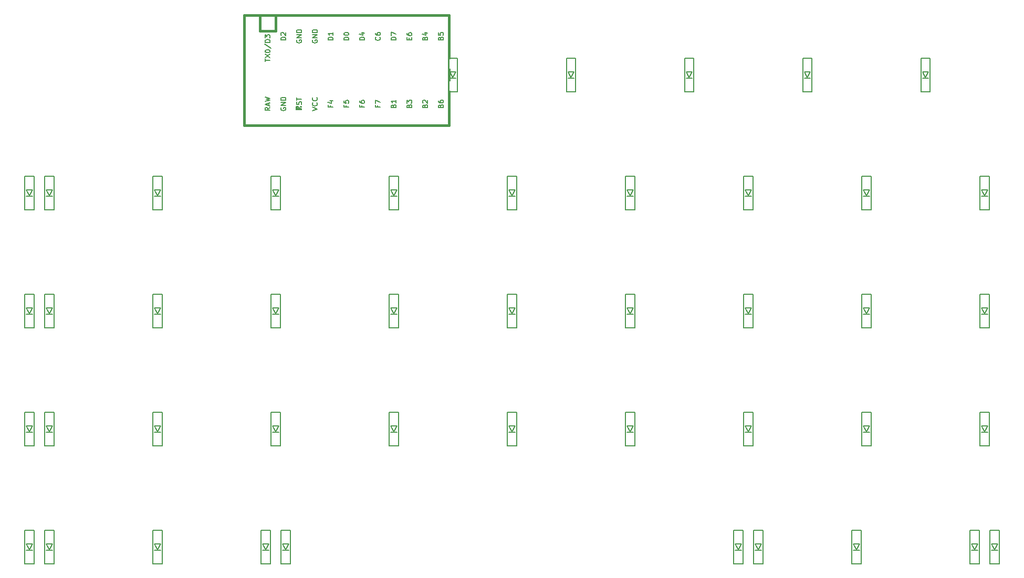
<source format=gto>
G04 #@! TF.GenerationSoftware,KiCad,Pcbnew,(5.1.4)-1*
G04 #@! TF.CreationDate,2021-09-01T12:37:59-10:00*
G04 #@! TF.ProjectId,oya45,6f796134-352e-46b6-9963-61645f706362,rev?*
G04 #@! TF.SameCoordinates,Original*
G04 #@! TF.FileFunction,Legend,Top*
G04 #@! TF.FilePolarity,Positive*
%FSLAX46Y46*%
G04 Gerber Fmt 4.6, Leading zero omitted, Abs format (unit mm)*
G04 Created by KiCad (PCBNEW (5.1.4)-1) date 2021-09-01 12:37:59*
%MOMM*%
%LPD*%
G04 APERTURE LIST*
%ADD10C,0.150000*%
%ADD11C,0.381000*%
%ADD12C,1.852000*%
%ADD13C,2.352000*%
%ADD14C,4.089800*%
%ADD15R,1.102000X1.502000*%
%ADD16R,1.854600X1.854600*%
%ADD17C,1.854600*%
%ADD18C,3.150000*%
G04 APERTURE END LIST*
D10*
X210300000Y-41593750D02*
X210300000Y-36193750D01*
X208800000Y-36193750D02*
X208800000Y-41593750D01*
X208800000Y-41593750D02*
X210300000Y-41593750D01*
X208800000Y-36193750D02*
X210300000Y-36193750D01*
X209050000Y-38393750D02*
X210050000Y-38393750D01*
X210050000Y-38393750D02*
X209550000Y-39293750D01*
X209550000Y-39293750D02*
X209050000Y-38393750D01*
X209050000Y-39393750D02*
X210050000Y-39393750D01*
X191250000Y-41593750D02*
X191250000Y-36193750D01*
X189750000Y-36193750D02*
X189750000Y-41593750D01*
X189750000Y-41593750D02*
X191250000Y-41593750D01*
X189750000Y-36193750D02*
X191250000Y-36193750D01*
X190000000Y-38393750D02*
X191000000Y-38393750D01*
X191000000Y-38393750D02*
X190500000Y-39293750D01*
X190500000Y-39293750D02*
X190000000Y-38393750D01*
X190000000Y-39393750D02*
X191000000Y-39393750D01*
X172200000Y-41593750D02*
X172200000Y-36193750D01*
X170700000Y-36193750D02*
X170700000Y-41593750D01*
X170700000Y-41593750D02*
X172200000Y-41593750D01*
X170700000Y-36193750D02*
X172200000Y-36193750D01*
X170950000Y-38393750D02*
X171950000Y-38393750D01*
X171950000Y-38393750D02*
X171450000Y-39293750D01*
X171450000Y-39293750D02*
X170950000Y-38393750D01*
X170950000Y-39393750D02*
X171950000Y-39393750D01*
X153150000Y-41593750D02*
X153150000Y-36193750D01*
X151650000Y-36193750D02*
X151650000Y-41593750D01*
X151650000Y-41593750D02*
X153150000Y-41593750D01*
X151650000Y-36193750D02*
X153150000Y-36193750D01*
X151900000Y-38393750D02*
X152900000Y-38393750D01*
X152900000Y-38393750D02*
X152400000Y-39293750D01*
X152400000Y-39293750D02*
X151900000Y-38393750D01*
X151900000Y-39393750D02*
X152900000Y-39393750D01*
X134100000Y-41593750D02*
X134100000Y-36193750D01*
X132600000Y-36193750D02*
X132600000Y-41593750D01*
X132600000Y-41593750D02*
X134100000Y-41593750D01*
X132600000Y-36193750D02*
X134100000Y-36193750D01*
X132850000Y-38393750D02*
X133850000Y-38393750D01*
X133850000Y-38393750D02*
X133350000Y-39293750D01*
X133350000Y-39293750D02*
X132850000Y-38393750D01*
X132850000Y-39393750D02*
X133850000Y-39393750D01*
X221412500Y-117793750D02*
X221412500Y-112393750D01*
X219912500Y-112393750D02*
X219912500Y-117793750D01*
X219912500Y-117793750D02*
X221412500Y-117793750D01*
X219912500Y-112393750D02*
X221412500Y-112393750D01*
X220162500Y-114593750D02*
X221162500Y-114593750D01*
X221162500Y-114593750D02*
X220662500Y-115493750D01*
X220662500Y-115493750D02*
X220162500Y-114593750D01*
X220162500Y-115593750D02*
X221162500Y-115593750D01*
X216987500Y-115593750D02*
X217987500Y-115593750D01*
X217487500Y-115493750D02*
X216987500Y-114593750D01*
X217987500Y-114593750D02*
X217487500Y-115493750D01*
X216987500Y-114593750D02*
X217987500Y-114593750D01*
X216737500Y-112393750D02*
X218237500Y-112393750D01*
X216737500Y-117793750D02*
X218237500Y-117793750D01*
X216737500Y-112393750D02*
X216737500Y-117793750D01*
X218237500Y-117793750D02*
X218237500Y-112393750D01*
X199187500Y-117793750D02*
X199187500Y-112393750D01*
X197687500Y-112393750D02*
X197687500Y-117793750D01*
X197687500Y-117793750D02*
X199187500Y-117793750D01*
X197687500Y-112393750D02*
X199187500Y-112393750D01*
X197937500Y-114593750D02*
X198937500Y-114593750D01*
X198937500Y-114593750D02*
X198437500Y-115493750D01*
X198437500Y-115493750D02*
X197937500Y-114593750D01*
X197937500Y-115593750D02*
X198937500Y-115593750D01*
X183312500Y-117793750D02*
X183312500Y-112393750D01*
X181812500Y-112393750D02*
X181812500Y-117793750D01*
X181812500Y-117793750D02*
X183312500Y-117793750D01*
X181812500Y-112393750D02*
X183312500Y-112393750D01*
X182062500Y-114593750D02*
X183062500Y-114593750D01*
X183062500Y-114593750D02*
X182562500Y-115493750D01*
X182562500Y-115493750D02*
X182062500Y-114593750D01*
X182062500Y-115593750D02*
X183062500Y-115593750D01*
X180137500Y-117793750D02*
X180137500Y-112393750D01*
X178637500Y-112393750D02*
X178637500Y-117793750D01*
X178637500Y-117793750D02*
X180137500Y-117793750D01*
X178637500Y-112393750D02*
X180137500Y-112393750D01*
X178887500Y-114593750D02*
X179887500Y-114593750D01*
X179887500Y-114593750D02*
X179387500Y-115493750D01*
X179387500Y-115493750D02*
X178887500Y-114593750D01*
X178887500Y-115593750D02*
X179887500Y-115593750D01*
X107112500Y-117793750D02*
X107112500Y-112393750D01*
X105612500Y-112393750D02*
X105612500Y-117793750D01*
X105612500Y-117793750D02*
X107112500Y-117793750D01*
X105612500Y-112393750D02*
X107112500Y-112393750D01*
X105862500Y-114593750D02*
X106862500Y-114593750D01*
X106862500Y-114593750D02*
X106362500Y-115493750D01*
X106362500Y-115493750D02*
X105862500Y-114593750D01*
X105862500Y-115593750D02*
X106862500Y-115593750D01*
X103937500Y-117793750D02*
X103937500Y-112393750D01*
X102437500Y-112393750D02*
X102437500Y-117793750D01*
X102437500Y-117793750D02*
X103937500Y-117793750D01*
X102437500Y-112393750D02*
X103937500Y-112393750D01*
X102687500Y-114593750D02*
X103687500Y-114593750D01*
X103687500Y-114593750D02*
X103187500Y-115493750D01*
X103187500Y-115493750D02*
X102687500Y-114593750D01*
X102687500Y-115593750D02*
X103687500Y-115593750D01*
X86475000Y-117793750D02*
X86475000Y-112393750D01*
X84975000Y-112393750D02*
X84975000Y-117793750D01*
X84975000Y-117793750D02*
X86475000Y-117793750D01*
X84975000Y-112393750D02*
X86475000Y-112393750D01*
X85225000Y-114593750D02*
X86225000Y-114593750D01*
X86225000Y-114593750D02*
X85725000Y-115493750D01*
X85725000Y-115493750D02*
X85225000Y-114593750D01*
X85225000Y-115593750D02*
X86225000Y-115593750D01*
X69012500Y-117793750D02*
X69012500Y-112393750D01*
X67512500Y-112393750D02*
X67512500Y-117793750D01*
X67512500Y-117793750D02*
X69012500Y-117793750D01*
X67512500Y-112393750D02*
X69012500Y-112393750D01*
X67762500Y-114593750D02*
X68762500Y-114593750D01*
X68762500Y-114593750D02*
X68262500Y-115493750D01*
X68262500Y-115493750D02*
X67762500Y-114593750D01*
X67762500Y-115593750D02*
X68762500Y-115593750D01*
X65837500Y-117793750D02*
X65837500Y-112393750D01*
X64337500Y-112393750D02*
X64337500Y-117793750D01*
X64337500Y-117793750D02*
X65837500Y-117793750D01*
X64337500Y-112393750D02*
X65837500Y-112393750D01*
X64587500Y-114593750D02*
X65587500Y-114593750D01*
X65587500Y-114593750D02*
X65087500Y-115493750D01*
X65087500Y-115493750D02*
X64587500Y-114593750D01*
X64587500Y-115593750D02*
X65587500Y-115593750D01*
X219825000Y-98743750D02*
X219825000Y-93343750D01*
X218325000Y-93343750D02*
X218325000Y-98743750D01*
X218325000Y-98743750D02*
X219825000Y-98743750D01*
X218325000Y-93343750D02*
X219825000Y-93343750D01*
X218575000Y-95543750D02*
X219575000Y-95543750D01*
X219575000Y-95543750D02*
X219075000Y-96443750D01*
X219075000Y-96443750D02*
X218575000Y-95543750D01*
X218575000Y-96543750D02*
X219575000Y-96543750D01*
X200775000Y-98743750D02*
X200775000Y-93343750D01*
X199275000Y-93343750D02*
X199275000Y-98743750D01*
X199275000Y-98743750D02*
X200775000Y-98743750D01*
X199275000Y-93343750D02*
X200775000Y-93343750D01*
X199525000Y-95543750D02*
X200525000Y-95543750D01*
X200525000Y-95543750D02*
X200025000Y-96443750D01*
X200025000Y-96443750D02*
X199525000Y-95543750D01*
X199525000Y-96543750D02*
X200525000Y-96543750D01*
X181725000Y-98743750D02*
X181725000Y-93343750D01*
X180225000Y-93343750D02*
X180225000Y-98743750D01*
X180225000Y-98743750D02*
X181725000Y-98743750D01*
X180225000Y-93343750D02*
X181725000Y-93343750D01*
X180475000Y-95543750D02*
X181475000Y-95543750D01*
X181475000Y-95543750D02*
X180975000Y-96443750D01*
X180975000Y-96443750D02*
X180475000Y-95543750D01*
X180475000Y-96543750D02*
X181475000Y-96543750D01*
X162675000Y-98743750D02*
X162675000Y-93343750D01*
X161175000Y-93343750D02*
X161175000Y-98743750D01*
X161175000Y-98743750D02*
X162675000Y-98743750D01*
X161175000Y-93343750D02*
X162675000Y-93343750D01*
X161425000Y-95543750D02*
X162425000Y-95543750D01*
X162425000Y-95543750D02*
X161925000Y-96443750D01*
X161925000Y-96443750D02*
X161425000Y-95543750D01*
X161425000Y-96543750D02*
X162425000Y-96543750D01*
X143625000Y-98743750D02*
X143625000Y-93343750D01*
X142125000Y-93343750D02*
X142125000Y-98743750D01*
X142125000Y-98743750D02*
X143625000Y-98743750D01*
X142125000Y-93343750D02*
X143625000Y-93343750D01*
X142375000Y-95543750D02*
X143375000Y-95543750D01*
X143375000Y-95543750D02*
X142875000Y-96443750D01*
X142875000Y-96443750D02*
X142375000Y-95543750D01*
X142375000Y-96543750D02*
X143375000Y-96543750D01*
X124575000Y-98743750D02*
X124575000Y-93343750D01*
X123075000Y-93343750D02*
X123075000Y-98743750D01*
X123075000Y-98743750D02*
X124575000Y-98743750D01*
X123075000Y-93343750D02*
X124575000Y-93343750D01*
X123325000Y-95543750D02*
X124325000Y-95543750D01*
X124325000Y-95543750D02*
X123825000Y-96443750D01*
X123825000Y-96443750D02*
X123325000Y-95543750D01*
X123325000Y-96543750D02*
X124325000Y-96543750D01*
X105525000Y-98743750D02*
X105525000Y-93343750D01*
X104025000Y-93343750D02*
X104025000Y-98743750D01*
X104025000Y-98743750D02*
X105525000Y-98743750D01*
X104025000Y-93343750D02*
X105525000Y-93343750D01*
X104275000Y-95543750D02*
X105275000Y-95543750D01*
X105275000Y-95543750D02*
X104775000Y-96443750D01*
X104775000Y-96443750D02*
X104275000Y-95543750D01*
X104275000Y-96543750D02*
X105275000Y-96543750D01*
X86475000Y-98743750D02*
X86475000Y-93343750D01*
X84975000Y-93343750D02*
X84975000Y-98743750D01*
X84975000Y-98743750D02*
X86475000Y-98743750D01*
X84975000Y-93343750D02*
X86475000Y-93343750D01*
X85225000Y-95543750D02*
X86225000Y-95543750D01*
X86225000Y-95543750D02*
X85725000Y-96443750D01*
X85725000Y-96443750D02*
X85225000Y-95543750D01*
X85225000Y-96543750D02*
X86225000Y-96543750D01*
X69012500Y-98743750D02*
X69012500Y-93343750D01*
X67512500Y-93343750D02*
X67512500Y-98743750D01*
X67512500Y-98743750D02*
X69012500Y-98743750D01*
X67512500Y-93343750D02*
X69012500Y-93343750D01*
X67762500Y-95543750D02*
X68762500Y-95543750D01*
X68762500Y-95543750D02*
X68262500Y-96443750D01*
X68262500Y-96443750D02*
X67762500Y-95543750D01*
X67762500Y-96543750D02*
X68762500Y-96543750D01*
X65837500Y-98743750D02*
X65837500Y-93343750D01*
X64337500Y-93343750D02*
X64337500Y-98743750D01*
X64337500Y-98743750D02*
X65837500Y-98743750D01*
X64337500Y-93343750D02*
X65837500Y-93343750D01*
X64587500Y-95543750D02*
X65587500Y-95543750D01*
X65587500Y-95543750D02*
X65087500Y-96443750D01*
X65087500Y-96443750D02*
X64587500Y-95543750D01*
X64587500Y-96543750D02*
X65587500Y-96543750D01*
X219825000Y-79693750D02*
X219825000Y-74293750D01*
X218325000Y-74293750D02*
X218325000Y-79693750D01*
X218325000Y-79693750D02*
X219825000Y-79693750D01*
X218325000Y-74293750D02*
X219825000Y-74293750D01*
X218575000Y-76493750D02*
X219575000Y-76493750D01*
X219575000Y-76493750D02*
X219075000Y-77393750D01*
X219075000Y-77393750D02*
X218575000Y-76493750D01*
X218575000Y-77493750D02*
X219575000Y-77493750D01*
X200775000Y-79693750D02*
X200775000Y-74293750D01*
X199275000Y-74293750D02*
X199275000Y-79693750D01*
X199275000Y-79693750D02*
X200775000Y-79693750D01*
X199275000Y-74293750D02*
X200775000Y-74293750D01*
X199525000Y-76493750D02*
X200525000Y-76493750D01*
X200525000Y-76493750D02*
X200025000Y-77393750D01*
X200025000Y-77393750D02*
X199525000Y-76493750D01*
X199525000Y-77493750D02*
X200525000Y-77493750D01*
X181725000Y-79693750D02*
X181725000Y-74293750D01*
X180225000Y-74293750D02*
X180225000Y-79693750D01*
X180225000Y-79693750D02*
X181725000Y-79693750D01*
X180225000Y-74293750D02*
X181725000Y-74293750D01*
X180475000Y-76493750D02*
X181475000Y-76493750D01*
X181475000Y-76493750D02*
X180975000Y-77393750D01*
X180975000Y-77393750D02*
X180475000Y-76493750D01*
X180475000Y-77493750D02*
X181475000Y-77493750D01*
X162675000Y-79693750D02*
X162675000Y-74293750D01*
X161175000Y-74293750D02*
X161175000Y-79693750D01*
X161175000Y-79693750D02*
X162675000Y-79693750D01*
X161175000Y-74293750D02*
X162675000Y-74293750D01*
X161425000Y-76493750D02*
X162425000Y-76493750D01*
X162425000Y-76493750D02*
X161925000Y-77393750D01*
X161925000Y-77393750D02*
X161425000Y-76493750D01*
X161425000Y-77493750D02*
X162425000Y-77493750D01*
X143625000Y-79693750D02*
X143625000Y-74293750D01*
X142125000Y-74293750D02*
X142125000Y-79693750D01*
X142125000Y-79693750D02*
X143625000Y-79693750D01*
X142125000Y-74293750D02*
X143625000Y-74293750D01*
X142375000Y-76493750D02*
X143375000Y-76493750D01*
X143375000Y-76493750D02*
X142875000Y-77393750D01*
X142875000Y-77393750D02*
X142375000Y-76493750D01*
X142375000Y-77493750D02*
X143375000Y-77493750D01*
X124575000Y-79693750D02*
X124575000Y-74293750D01*
X123075000Y-74293750D02*
X123075000Y-79693750D01*
X123075000Y-79693750D02*
X124575000Y-79693750D01*
X123075000Y-74293750D02*
X124575000Y-74293750D01*
X123325000Y-76493750D02*
X124325000Y-76493750D01*
X124325000Y-76493750D02*
X123825000Y-77393750D01*
X123825000Y-77393750D02*
X123325000Y-76493750D01*
X123325000Y-77493750D02*
X124325000Y-77493750D01*
X105525000Y-79693750D02*
X105525000Y-74293750D01*
X104025000Y-74293750D02*
X104025000Y-79693750D01*
X104025000Y-79693750D02*
X105525000Y-79693750D01*
X104025000Y-74293750D02*
X105525000Y-74293750D01*
X104275000Y-76493750D02*
X105275000Y-76493750D01*
X105275000Y-76493750D02*
X104775000Y-77393750D01*
X104775000Y-77393750D02*
X104275000Y-76493750D01*
X104275000Y-77493750D02*
X105275000Y-77493750D01*
X86475000Y-79693750D02*
X86475000Y-74293750D01*
X84975000Y-74293750D02*
X84975000Y-79693750D01*
X84975000Y-79693750D02*
X86475000Y-79693750D01*
X84975000Y-74293750D02*
X86475000Y-74293750D01*
X85225000Y-76493750D02*
X86225000Y-76493750D01*
X86225000Y-76493750D02*
X85725000Y-77393750D01*
X85725000Y-77393750D02*
X85225000Y-76493750D01*
X85225000Y-77493750D02*
X86225000Y-77493750D01*
X69012500Y-79693750D02*
X69012500Y-74293750D01*
X67512500Y-74293750D02*
X67512500Y-79693750D01*
X67512500Y-79693750D02*
X69012500Y-79693750D01*
X67512500Y-74293750D02*
X69012500Y-74293750D01*
X67762500Y-76493750D02*
X68762500Y-76493750D01*
X68762500Y-76493750D02*
X68262500Y-77393750D01*
X68262500Y-77393750D02*
X67762500Y-76493750D01*
X67762500Y-77493750D02*
X68762500Y-77493750D01*
X65837500Y-79693750D02*
X65837500Y-74293750D01*
X64337500Y-74293750D02*
X64337500Y-79693750D01*
X64337500Y-79693750D02*
X65837500Y-79693750D01*
X64337500Y-74293750D02*
X65837500Y-74293750D01*
X64587500Y-76493750D02*
X65587500Y-76493750D01*
X65587500Y-76493750D02*
X65087500Y-77393750D01*
X65087500Y-77393750D02*
X64587500Y-76493750D01*
X64587500Y-77493750D02*
X65587500Y-77493750D01*
X219825000Y-60643750D02*
X219825000Y-55243750D01*
X218325000Y-55243750D02*
X218325000Y-60643750D01*
X218325000Y-60643750D02*
X219825000Y-60643750D01*
X218325000Y-55243750D02*
X219825000Y-55243750D01*
X218575000Y-57443750D02*
X219575000Y-57443750D01*
X219575000Y-57443750D02*
X219075000Y-58343750D01*
X219075000Y-58343750D02*
X218575000Y-57443750D01*
X218575000Y-58443750D02*
X219575000Y-58443750D01*
X200775000Y-60643750D02*
X200775000Y-55243750D01*
X199275000Y-55243750D02*
X199275000Y-60643750D01*
X199275000Y-60643750D02*
X200775000Y-60643750D01*
X199275000Y-55243750D02*
X200775000Y-55243750D01*
X199525000Y-57443750D02*
X200525000Y-57443750D01*
X200525000Y-57443750D02*
X200025000Y-58343750D01*
X200025000Y-58343750D02*
X199525000Y-57443750D01*
X199525000Y-58443750D02*
X200525000Y-58443750D01*
X181725000Y-60643750D02*
X181725000Y-55243750D01*
X180225000Y-55243750D02*
X180225000Y-60643750D01*
X180225000Y-60643750D02*
X181725000Y-60643750D01*
X180225000Y-55243750D02*
X181725000Y-55243750D01*
X180475000Y-57443750D02*
X181475000Y-57443750D01*
X181475000Y-57443750D02*
X180975000Y-58343750D01*
X180975000Y-58343750D02*
X180475000Y-57443750D01*
X180475000Y-58443750D02*
X181475000Y-58443750D01*
X162675000Y-60643750D02*
X162675000Y-55243750D01*
X161175000Y-55243750D02*
X161175000Y-60643750D01*
X161175000Y-60643750D02*
X162675000Y-60643750D01*
X161175000Y-55243750D02*
X162675000Y-55243750D01*
X161425000Y-57443750D02*
X162425000Y-57443750D01*
X162425000Y-57443750D02*
X161925000Y-58343750D01*
X161925000Y-58343750D02*
X161425000Y-57443750D01*
X161425000Y-58443750D02*
X162425000Y-58443750D01*
X143625000Y-60643750D02*
X143625000Y-55243750D01*
X142125000Y-55243750D02*
X142125000Y-60643750D01*
X142125000Y-60643750D02*
X143625000Y-60643750D01*
X142125000Y-55243750D02*
X143625000Y-55243750D01*
X142375000Y-57443750D02*
X143375000Y-57443750D01*
X143375000Y-57443750D02*
X142875000Y-58343750D01*
X142875000Y-58343750D02*
X142375000Y-57443750D01*
X142375000Y-58443750D02*
X143375000Y-58443750D01*
X124575000Y-60643750D02*
X124575000Y-55243750D01*
X123075000Y-55243750D02*
X123075000Y-60643750D01*
X123075000Y-60643750D02*
X124575000Y-60643750D01*
X123075000Y-55243750D02*
X124575000Y-55243750D01*
X123325000Y-57443750D02*
X124325000Y-57443750D01*
X124325000Y-57443750D02*
X123825000Y-58343750D01*
X123825000Y-58343750D02*
X123325000Y-57443750D01*
X123325000Y-58443750D02*
X124325000Y-58443750D01*
X104275000Y-58443750D02*
X105275000Y-58443750D01*
X104775000Y-58343750D02*
X104275000Y-57443750D01*
X105275000Y-57443750D02*
X104775000Y-58343750D01*
X104275000Y-57443750D02*
X105275000Y-57443750D01*
X104025000Y-55243750D02*
X105525000Y-55243750D01*
X104025000Y-60643750D02*
X105525000Y-60643750D01*
X104025000Y-55243750D02*
X104025000Y-60643750D01*
X105525000Y-60643750D02*
X105525000Y-55243750D01*
X86475000Y-60643750D02*
X86475000Y-55243750D01*
X84975000Y-55243750D02*
X84975000Y-60643750D01*
X84975000Y-60643750D02*
X86475000Y-60643750D01*
X84975000Y-55243750D02*
X86475000Y-55243750D01*
X85225000Y-57443750D02*
X86225000Y-57443750D01*
X86225000Y-57443750D02*
X85725000Y-58343750D01*
X85725000Y-58343750D02*
X85225000Y-57443750D01*
X85225000Y-58443750D02*
X86225000Y-58443750D01*
X69012500Y-60643750D02*
X69012500Y-55243750D01*
X67512500Y-55243750D02*
X67512500Y-60643750D01*
X67512500Y-60643750D02*
X69012500Y-60643750D01*
X67512500Y-55243750D02*
X69012500Y-55243750D01*
X67762500Y-57443750D02*
X68762500Y-57443750D01*
X68762500Y-57443750D02*
X68262500Y-58343750D01*
X68262500Y-58343750D02*
X67762500Y-57443750D01*
X67762500Y-58443750D02*
X68762500Y-58443750D01*
X64587500Y-58443750D02*
X65587500Y-58443750D01*
X65087500Y-58343750D02*
X64587500Y-57443750D01*
X65587500Y-57443750D02*
X65087500Y-58343750D01*
X64587500Y-57443750D02*
X65587500Y-57443750D01*
X64337500Y-55243750D02*
X65837500Y-55243750D01*
X64337500Y-60643750D02*
X65837500Y-60643750D01*
X64337500Y-55243750D02*
X64337500Y-60643750D01*
X65837500Y-60643750D02*
X65837500Y-55243750D01*
D11*
X104775000Y-31750000D02*
X104775000Y-29210000D01*
X102235000Y-31750000D02*
X104775000Y-31750000D01*
D10*
G36*
X108524030Y-44144635D02*
G01*
X108624030Y-44144635D01*
X108624030Y-44244635D01*
X108524030Y-44244635D01*
X108524030Y-44144635D01*
G37*
X108524030Y-44144635D02*
X108624030Y-44144635D01*
X108624030Y-44244635D01*
X108524030Y-44244635D01*
X108524030Y-44144635D01*
G36*
X108124030Y-44344635D02*
G01*
X108924030Y-44344635D01*
X108924030Y-44444635D01*
X108124030Y-44444635D01*
X108124030Y-44344635D01*
G37*
X108124030Y-44344635D02*
X108924030Y-44344635D01*
X108924030Y-44444635D01*
X108124030Y-44444635D01*
X108124030Y-44344635D01*
G36*
X108724030Y-43944635D02*
G01*
X108924030Y-43944635D01*
X108924030Y-44044635D01*
X108724030Y-44044635D01*
X108724030Y-43944635D01*
G37*
X108724030Y-43944635D02*
X108924030Y-43944635D01*
X108924030Y-44044635D01*
X108724030Y-44044635D01*
X108724030Y-43944635D01*
G36*
X108124030Y-43944635D02*
G01*
X108424030Y-43944635D01*
X108424030Y-44044635D01*
X108124030Y-44044635D01*
X108124030Y-43944635D01*
G37*
X108124030Y-43944635D02*
X108424030Y-43944635D01*
X108424030Y-44044635D01*
X108124030Y-44044635D01*
X108124030Y-43944635D01*
G36*
X108124030Y-43944635D02*
G01*
X108224030Y-43944635D01*
X108224030Y-44444635D01*
X108124030Y-44444635D01*
X108124030Y-43944635D01*
G37*
X108124030Y-43944635D02*
X108224030Y-43944635D01*
X108224030Y-44444635D01*
X108124030Y-44444635D01*
X108124030Y-43944635D01*
D11*
X132715000Y-46990000D02*
X99695000Y-46990000D01*
X132715000Y-29210000D02*
X132715000Y-46990000D01*
X99695000Y-29210000D02*
X132715000Y-29210000D01*
X99695000Y-46990000D02*
X99695000Y-29210000D01*
X102235000Y-31750000D02*
X102235000Y-29210000D01*
D10*
X106406904Y-33229476D02*
X105606904Y-33229476D01*
X105606904Y-33039000D01*
X105645000Y-32924714D01*
X105721190Y-32848523D01*
X105797380Y-32810428D01*
X105949761Y-32772333D01*
X106064047Y-32772333D01*
X106216428Y-32810428D01*
X106292619Y-32848523D01*
X106368809Y-32924714D01*
X106406904Y-33039000D01*
X106406904Y-33229476D01*
X105683095Y-32467571D02*
X105645000Y-32429476D01*
X105606904Y-32353285D01*
X105606904Y-32162809D01*
X105645000Y-32086619D01*
X105683095Y-32048523D01*
X105759285Y-32010428D01*
X105835476Y-32010428D01*
X105949761Y-32048523D01*
X106406904Y-32505666D01*
X106406904Y-32010428D01*
X116566904Y-33229476D02*
X115766904Y-33229476D01*
X115766904Y-33039000D01*
X115805000Y-32924714D01*
X115881190Y-32848523D01*
X115957380Y-32810428D01*
X116109761Y-32772333D01*
X116224047Y-32772333D01*
X116376428Y-32810428D01*
X116452619Y-32848523D01*
X116528809Y-32924714D01*
X116566904Y-33039000D01*
X116566904Y-33229476D01*
X115766904Y-32277095D02*
X115766904Y-32200904D01*
X115805000Y-32124714D01*
X115843095Y-32086619D01*
X115919285Y-32048523D01*
X116071666Y-32010428D01*
X116262142Y-32010428D01*
X116414523Y-32048523D01*
X116490714Y-32086619D01*
X116528809Y-32124714D01*
X116566904Y-32200904D01*
X116566904Y-32277095D01*
X116528809Y-32353285D01*
X116490714Y-32391380D01*
X116414523Y-32429476D01*
X116262142Y-32467571D01*
X116071666Y-32467571D01*
X115919285Y-32429476D01*
X115843095Y-32391380D01*
X115805000Y-32353285D01*
X115766904Y-32277095D01*
X114026904Y-33229476D02*
X113226904Y-33229476D01*
X113226904Y-33039000D01*
X113265000Y-32924714D01*
X113341190Y-32848523D01*
X113417380Y-32810428D01*
X113569761Y-32772333D01*
X113684047Y-32772333D01*
X113836428Y-32810428D01*
X113912619Y-32848523D01*
X113988809Y-32924714D01*
X114026904Y-33039000D01*
X114026904Y-33229476D01*
X114026904Y-32010428D02*
X114026904Y-32467571D01*
X114026904Y-32239000D02*
X113226904Y-32239000D01*
X113341190Y-32315190D01*
X113417380Y-32391380D01*
X113455476Y-32467571D01*
X110725000Y-33248523D02*
X110686904Y-33324714D01*
X110686904Y-33439000D01*
X110725000Y-33553285D01*
X110801190Y-33629476D01*
X110877380Y-33667571D01*
X111029761Y-33705666D01*
X111144047Y-33705666D01*
X111296428Y-33667571D01*
X111372619Y-33629476D01*
X111448809Y-33553285D01*
X111486904Y-33439000D01*
X111486904Y-33362809D01*
X111448809Y-33248523D01*
X111410714Y-33210428D01*
X111144047Y-33210428D01*
X111144047Y-33362809D01*
X111486904Y-32867571D02*
X110686904Y-32867571D01*
X111486904Y-32410428D01*
X110686904Y-32410428D01*
X111486904Y-32029476D02*
X110686904Y-32029476D01*
X110686904Y-31839000D01*
X110725000Y-31724714D01*
X110801190Y-31648523D01*
X110877380Y-31610428D01*
X111029761Y-31572333D01*
X111144047Y-31572333D01*
X111296428Y-31610428D01*
X111372619Y-31648523D01*
X111448809Y-31724714D01*
X111486904Y-31839000D01*
X111486904Y-32029476D01*
X108185000Y-33248523D02*
X108146904Y-33324714D01*
X108146904Y-33439000D01*
X108185000Y-33553285D01*
X108261190Y-33629476D01*
X108337380Y-33667571D01*
X108489761Y-33705666D01*
X108604047Y-33705666D01*
X108756428Y-33667571D01*
X108832619Y-33629476D01*
X108908809Y-33553285D01*
X108946904Y-33439000D01*
X108946904Y-33362809D01*
X108908809Y-33248523D01*
X108870714Y-33210428D01*
X108604047Y-33210428D01*
X108604047Y-33362809D01*
X108946904Y-32867571D02*
X108146904Y-32867571D01*
X108946904Y-32410428D01*
X108146904Y-32410428D01*
X108946904Y-32029476D02*
X108146904Y-32029476D01*
X108146904Y-31839000D01*
X108185000Y-31724714D01*
X108261190Y-31648523D01*
X108337380Y-31610428D01*
X108489761Y-31572333D01*
X108604047Y-31572333D01*
X108756428Y-31610428D01*
X108832619Y-31648523D01*
X108908809Y-31724714D01*
X108946904Y-31839000D01*
X108946904Y-32029476D01*
X119106904Y-33229476D02*
X118306904Y-33229476D01*
X118306904Y-33039000D01*
X118345000Y-32924714D01*
X118421190Y-32848523D01*
X118497380Y-32810428D01*
X118649761Y-32772333D01*
X118764047Y-32772333D01*
X118916428Y-32810428D01*
X118992619Y-32848523D01*
X119068809Y-32924714D01*
X119106904Y-33039000D01*
X119106904Y-33229476D01*
X118573571Y-32086619D02*
X119106904Y-32086619D01*
X118268809Y-32277095D02*
X118840238Y-32467571D01*
X118840238Y-31972333D01*
X121570714Y-32772333D02*
X121608809Y-32810428D01*
X121646904Y-32924714D01*
X121646904Y-33000904D01*
X121608809Y-33115190D01*
X121532619Y-33191380D01*
X121456428Y-33229476D01*
X121304047Y-33267571D01*
X121189761Y-33267571D01*
X121037380Y-33229476D01*
X120961190Y-33191380D01*
X120885000Y-33115190D01*
X120846904Y-33000904D01*
X120846904Y-32924714D01*
X120885000Y-32810428D01*
X120923095Y-32772333D01*
X120846904Y-32086619D02*
X120846904Y-32239000D01*
X120885000Y-32315190D01*
X120923095Y-32353285D01*
X121037380Y-32429476D01*
X121189761Y-32467571D01*
X121494523Y-32467571D01*
X121570714Y-32429476D01*
X121608809Y-32391380D01*
X121646904Y-32315190D01*
X121646904Y-32162809D01*
X121608809Y-32086619D01*
X121570714Y-32048523D01*
X121494523Y-32010428D01*
X121304047Y-32010428D01*
X121227857Y-32048523D01*
X121189761Y-32086619D01*
X121151666Y-32162809D01*
X121151666Y-32315190D01*
X121189761Y-32391380D01*
X121227857Y-32429476D01*
X121304047Y-32467571D01*
X124186904Y-33229476D02*
X123386904Y-33229476D01*
X123386904Y-33039000D01*
X123425000Y-32924714D01*
X123501190Y-32848523D01*
X123577380Y-32810428D01*
X123729761Y-32772333D01*
X123844047Y-32772333D01*
X123996428Y-32810428D01*
X124072619Y-32848523D01*
X124148809Y-32924714D01*
X124186904Y-33039000D01*
X124186904Y-33229476D01*
X123386904Y-32505666D02*
X123386904Y-31972333D01*
X124186904Y-32315190D01*
X126307857Y-33191380D02*
X126307857Y-32924714D01*
X126726904Y-32810428D02*
X126726904Y-33191380D01*
X125926904Y-33191380D01*
X125926904Y-32810428D01*
X125926904Y-32124714D02*
X125926904Y-32277095D01*
X125965000Y-32353285D01*
X126003095Y-32391380D01*
X126117380Y-32467571D01*
X126269761Y-32505666D01*
X126574523Y-32505666D01*
X126650714Y-32467571D01*
X126688809Y-32429476D01*
X126726904Y-32353285D01*
X126726904Y-32200904D01*
X126688809Y-32124714D01*
X126650714Y-32086619D01*
X126574523Y-32048523D01*
X126384047Y-32048523D01*
X126307857Y-32086619D01*
X126269761Y-32124714D01*
X126231666Y-32200904D01*
X126231666Y-32353285D01*
X126269761Y-32429476D01*
X126307857Y-32467571D01*
X126384047Y-32505666D01*
X128847857Y-32962809D02*
X128885952Y-32848523D01*
X128924047Y-32810428D01*
X129000238Y-32772333D01*
X129114523Y-32772333D01*
X129190714Y-32810428D01*
X129228809Y-32848523D01*
X129266904Y-32924714D01*
X129266904Y-33229476D01*
X128466904Y-33229476D01*
X128466904Y-32962809D01*
X128505000Y-32886619D01*
X128543095Y-32848523D01*
X128619285Y-32810428D01*
X128695476Y-32810428D01*
X128771666Y-32848523D01*
X128809761Y-32886619D01*
X128847857Y-32962809D01*
X128847857Y-33229476D01*
X128733571Y-32086619D02*
X129266904Y-32086619D01*
X128428809Y-32277095D02*
X129000238Y-32467571D01*
X129000238Y-31972333D01*
X131387857Y-32962809D02*
X131425952Y-32848523D01*
X131464047Y-32810428D01*
X131540238Y-32772333D01*
X131654523Y-32772333D01*
X131730714Y-32810428D01*
X131768809Y-32848523D01*
X131806904Y-32924714D01*
X131806904Y-33229476D01*
X131006904Y-33229476D01*
X131006904Y-32962809D01*
X131045000Y-32886619D01*
X131083095Y-32848523D01*
X131159285Y-32810428D01*
X131235476Y-32810428D01*
X131311666Y-32848523D01*
X131349761Y-32886619D01*
X131387857Y-32962809D01*
X131387857Y-33229476D01*
X131006904Y-32048523D02*
X131006904Y-32429476D01*
X131387857Y-32467571D01*
X131349761Y-32429476D01*
X131311666Y-32353285D01*
X131311666Y-32162809D01*
X131349761Y-32086619D01*
X131387857Y-32048523D01*
X131464047Y-32010428D01*
X131654523Y-32010428D01*
X131730714Y-32048523D01*
X131768809Y-32086619D01*
X131806904Y-32162809D01*
X131806904Y-32353285D01*
X131768809Y-32429476D01*
X131730714Y-32467571D01*
X131387857Y-43884809D02*
X131425952Y-43770523D01*
X131464047Y-43732428D01*
X131540238Y-43694333D01*
X131654523Y-43694333D01*
X131730714Y-43732428D01*
X131768809Y-43770523D01*
X131806904Y-43846714D01*
X131806904Y-44151476D01*
X131006904Y-44151476D01*
X131006904Y-43884809D01*
X131045000Y-43808619D01*
X131083095Y-43770523D01*
X131159285Y-43732428D01*
X131235476Y-43732428D01*
X131311666Y-43770523D01*
X131349761Y-43808619D01*
X131387857Y-43884809D01*
X131387857Y-44151476D01*
X131006904Y-43008619D02*
X131006904Y-43161000D01*
X131045000Y-43237190D01*
X131083095Y-43275285D01*
X131197380Y-43351476D01*
X131349761Y-43389571D01*
X131654523Y-43389571D01*
X131730714Y-43351476D01*
X131768809Y-43313380D01*
X131806904Y-43237190D01*
X131806904Y-43084809D01*
X131768809Y-43008619D01*
X131730714Y-42970523D01*
X131654523Y-42932428D01*
X131464047Y-42932428D01*
X131387857Y-42970523D01*
X131349761Y-43008619D01*
X131311666Y-43084809D01*
X131311666Y-43237190D01*
X131349761Y-43313380D01*
X131387857Y-43351476D01*
X131464047Y-43389571D01*
X126307857Y-43884809D02*
X126345952Y-43770523D01*
X126384047Y-43732428D01*
X126460238Y-43694333D01*
X126574523Y-43694333D01*
X126650714Y-43732428D01*
X126688809Y-43770523D01*
X126726904Y-43846714D01*
X126726904Y-44151476D01*
X125926904Y-44151476D01*
X125926904Y-43884809D01*
X125965000Y-43808619D01*
X126003095Y-43770523D01*
X126079285Y-43732428D01*
X126155476Y-43732428D01*
X126231666Y-43770523D01*
X126269761Y-43808619D01*
X126307857Y-43884809D01*
X126307857Y-44151476D01*
X125926904Y-43427666D02*
X125926904Y-42932428D01*
X126231666Y-43199095D01*
X126231666Y-43084809D01*
X126269761Y-43008619D01*
X126307857Y-42970523D01*
X126384047Y-42932428D01*
X126574523Y-42932428D01*
X126650714Y-42970523D01*
X126688809Y-43008619D01*
X126726904Y-43084809D01*
X126726904Y-43313380D01*
X126688809Y-43389571D01*
X126650714Y-43427666D01*
X123767857Y-43884809D02*
X123805952Y-43770523D01*
X123844047Y-43732428D01*
X123920238Y-43694333D01*
X124034523Y-43694333D01*
X124110714Y-43732428D01*
X124148809Y-43770523D01*
X124186904Y-43846714D01*
X124186904Y-44151476D01*
X123386904Y-44151476D01*
X123386904Y-43884809D01*
X123425000Y-43808619D01*
X123463095Y-43770523D01*
X123539285Y-43732428D01*
X123615476Y-43732428D01*
X123691666Y-43770523D01*
X123729761Y-43808619D01*
X123767857Y-43884809D01*
X123767857Y-44151476D01*
X124186904Y-42932428D02*
X124186904Y-43389571D01*
X124186904Y-43161000D02*
X123386904Y-43161000D01*
X123501190Y-43237190D01*
X123577380Y-43313380D01*
X123615476Y-43389571D01*
X113607857Y-43827666D02*
X113607857Y-44094333D01*
X114026904Y-44094333D02*
X113226904Y-44094333D01*
X113226904Y-43713380D01*
X113493571Y-43065761D02*
X114026904Y-43065761D01*
X113188809Y-43256238D02*
X113760238Y-43446714D01*
X113760238Y-42951476D01*
X110686904Y-44627666D02*
X111486904Y-44361000D01*
X110686904Y-44094333D01*
X111410714Y-43370523D02*
X111448809Y-43408619D01*
X111486904Y-43522904D01*
X111486904Y-43599095D01*
X111448809Y-43713380D01*
X111372619Y-43789571D01*
X111296428Y-43827666D01*
X111144047Y-43865761D01*
X111029761Y-43865761D01*
X110877380Y-43827666D01*
X110801190Y-43789571D01*
X110725000Y-43713380D01*
X110686904Y-43599095D01*
X110686904Y-43522904D01*
X110725000Y-43408619D01*
X110763095Y-43370523D01*
X111410714Y-42570523D02*
X111448809Y-42608619D01*
X111486904Y-42722904D01*
X111486904Y-42799095D01*
X111448809Y-42913380D01*
X111372619Y-42989571D01*
X111296428Y-43027666D01*
X111144047Y-43065761D01*
X111029761Y-43065761D01*
X110877380Y-43027666D01*
X110801190Y-42989571D01*
X110725000Y-42913380D01*
X110686904Y-42799095D01*
X110686904Y-42722904D01*
X110725000Y-42608619D01*
X110763095Y-42570523D01*
X105645000Y-44170523D02*
X105606904Y-44246714D01*
X105606904Y-44361000D01*
X105645000Y-44475285D01*
X105721190Y-44551476D01*
X105797380Y-44589571D01*
X105949761Y-44627666D01*
X106064047Y-44627666D01*
X106216428Y-44589571D01*
X106292619Y-44551476D01*
X106368809Y-44475285D01*
X106406904Y-44361000D01*
X106406904Y-44284809D01*
X106368809Y-44170523D01*
X106330714Y-44132428D01*
X106064047Y-44132428D01*
X106064047Y-44284809D01*
X106406904Y-43789571D02*
X105606904Y-43789571D01*
X106406904Y-43332428D01*
X105606904Y-43332428D01*
X106406904Y-42951476D02*
X105606904Y-42951476D01*
X105606904Y-42761000D01*
X105645000Y-42646714D01*
X105721190Y-42570523D01*
X105797380Y-42532428D01*
X105949761Y-42494333D01*
X106064047Y-42494333D01*
X106216428Y-42532428D01*
X106292619Y-42570523D01*
X106368809Y-42646714D01*
X106406904Y-42761000D01*
X106406904Y-42951476D01*
X103866904Y-44113380D02*
X103485952Y-44380047D01*
X103866904Y-44570523D02*
X103066904Y-44570523D01*
X103066904Y-44265761D01*
X103105000Y-44189571D01*
X103143095Y-44151476D01*
X103219285Y-44113380D01*
X103333571Y-44113380D01*
X103409761Y-44151476D01*
X103447857Y-44189571D01*
X103485952Y-44265761D01*
X103485952Y-44570523D01*
X103638333Y-43808619D02*
X103638333Y-43427666D01*
X103866904Y-43884809D02*
X103066904Y-43618142D01*
X103866904Y-43351476D01*
X103066904Y-43161000D02*
X103866904Y-42970523D01*
X103295476Y-42818142D01*
X103866904Y-42665761D01*
X103066904Y-42475285D01*
X116147857Y-43827666D02*
X116147857Y-44094333D01*
X116566904Y-44094333D02*
X115766904Y-44094333D01*
X115766904Y-43713380D01*
X115766904Y-43027666D02*
X115766904Y-43408619D01*
X116147857Y-43446714D01*
X116109761Y-43408619D01*
X116071666Y-43332428D01*
X116071666Y-43141952D01*
X116109761Y-43065761D01*
X116147857Y-43027666D01*
X116224047Y-42989571D01*
X116414523Y-42989571D01*
X116490714Y-43027666D01*
X116528809Y-43065761D01*
X116566904Y-43141952D01*
X116566904Y-43332428D01*
X116528809Y-43408619D01*
X116490714Y-43446714D01*
X118687857Y-43827666D02*
X118687857Y-44094333D01*
X119106904Y-44094333D02*
X118306904Y-44094333D01*
X118306904Y-43713380D01*
X118306904Y-43065761D02*
X118306904Y-43218142D01*
X118345000Y-43294333D01*
X118383095Y-43332428D01*
X118497380Y-43408619D01*
X118649761Y-43446714D01*
X118954523Y-43446714D01*
X119030714Y-43408619D01*
X119068809Y-43370523D01*
X119106904Y-43294333D01*
X119106904Y-43141952D01*
X119068809Y-43065761D01*
X119030714Y-43027666D01*
X118954523Y-42989571D01*
X118764047Y-42989571D01*
X118687857Y-43027666D01*
X118649761Y-43065761D01*
X118611666Y-43141952D01*
X118611666Y-43294333D01*
X118649761Y-43370523D01*
X118687857Y-43408619D01*
X118764047Y-43446714D01*
X121227857Y-43827666D02*
X121227857Y-44094333D01*
X121646904Y-44094333D02*
X120846904Y-44094333D01*
X120846904Y-43713380D01*
X120846904Y-43484809D02*
X120846904Y-42951476D01*
X121646904Y-43294333D01*
X128847857Y-43884809D02*
X128885952Y-43770523D01*
X128924047Y-43732428D01*
X129000238Y-43694333D01*
X129114523Y-43694333D01*
X129190714Y-43732428D01*
X129228809Y-43770523D01*
X129266904Y-43846714D01*
X129266904Y-44151476D01*
X128466904Y-44151476D01*
X128466904Y-43884809D01*
X128505000Y-43808619D01*
X128543095Y-43770523D01*
X128619285Y-43732428D01*
X128695476Y-43732428D01*
X128771666Y-43770523D01*
X128809761Y-43808619D01*
X128847857Y-43884809D01*
X128847857Y-44151476D01*
X128543095Y-43389571D02*
X128505000Y-43351476D01*
X128466904Y-43275285D01*
X128466904Y-43084809D01*
X128505000Y-43008619D01*
X128543095Y-42970523D01*
X128619285Y-42932428D01*
X128695476Y-42932428D01*
X128809761Y-42970523D01*
X129266904Y-43427666D01*
X129266904Y-42932428D01*
X103066904Y-36718604D02*
X103066904Y-36261461D01*
X103866904Y-36490032D02*
X103066904Y-36490032D01*
X103066904Y-36070985D02*
X103866904Y-35537651D01*
X103066904Y-35537651D02*
X103866904Y-36070985D01*
X103066904Y-35080508D02*
X103066904Y-35004318D01*
X103105000Y-34928128D01*
X103143095Y-34890032D01*
X103219285Y-34851937D01*
X103371666Y-34813842D01*
X103562142Y-34813842D01*
X103714523Y-34851937D01*
X103790714Y-34890032D01*
X103828809Y-34928128D01*
X103866904Y-35004318D01*
X103866904Y-35080508D01*
X103828809Y-35156699D01*
X103790714Y-35194794D01*
X103714523Y-35232889D01*
X103562142Y-35270985D01*
X103371666Y-35270985D01*
X103219285Y-35232889D01*
X103143095Y-35194794D01*
X103105000Y-35156699D01*
X103066904Y-35080508D01*
X103028809Y-33899556D02*
X104057380Y-34585270D01*
X103866904Y-33632889D02*
X103066904Y-33632889D01*
X103066904Y-33442413D01*
X103105000Y-33328128D01*
X103181190Y-33251937D01*
X103257380Y-33213842D01*
X103409761Y-33175747D01*
X103524047Y-33175747D01*
X103676428Y-33213842D01*
X103752619Y-33251937D01*
X103828809Y-33328128D01*
X103866904Y-33442413D01*
X103866904Y-33632889D01*
X103066904Y-32909080D02*
X103066904Y-32413842D01*
X103371666Y-32680508D01*
X103371666Y-32566223D01*
X103409761Y-32490032D01*
X103447857Y-32451937D01*
X103524047Y-32413842D01*
X103714523Y-32413842D01*
X103790714Y-32451937D01*
X103828809Y-32490032D01*
X103866904Y-32566223D01*
X103866904Y-32794794D01*
X103828809Y-32870985D01*
X103790714Y-32909080D01*
X108888809Y-43673333D02*
X108926904Y-43559047D01*
X108926904Y-43368571D01*
X108888809Y-43292380D01*
X108850714Y-43254285D01*
X108774523Y-43216190D01*
X108698333Y-43216190D01*
X108622142Y-43254285D01*
X108584047Y-43292380D01*
X108545952Y-43368571D01*
X108507857Y-43520952D01*
X108469761Y-43597142D01*
X108431666Y-43635238D01*
X108355476Y-43673333D01*
X108279285Y-43673333D01*
X108203095Y-43635238D01*
X108165000Y-43597142D01*
X108126904Y-43520952D01*
X108126904Y-43330476D01*
X108165000Y-43216190D01*
X108126904Y-42987619D02*
X108126904Y-42530476D01*
X108926904Y-42759047D02*
X108126904Y-42759047D01*
%LPC*%
D12*
X90170000Y-114300000D03*
X100330000Y-114300000D03*
D13*
X99060000Y-111760000D03*
D14*
X95250000Y-114300000D03*
D13*
X92710000Y-109220000D03*
D12*
X166370000Y-114300000D03*
X176530000Y-114300000D03*
D13*
X175260000Y-111760000D03*
D14*
X171450000Y-114300000D03*
D13*
X168910000Y-109220000D03*
D12*
X137795000Y-38100000D03*
X147955000Y-38100000D03*
D13*
X146685000Y-35560000D03*
D14*
X142875000Y-38100000D03*
D13*
X140335000Y-33020000D03*
D15*
X209550000Y-37118750D03*
X209550000Y-40668750D03*
X190500000Y-37118750D03*
X190500000Y-40668750D03*
X171450000Y-37118750D03*
X171450000Y-40668750D03*
X152400000Y-37118750D03*
X152400000Y-40668750D03*
X133350000Y-37118750D03*
X133350000Y-40668750D03*
X220662500Y-113318750D03*
X220662500Y-116868750D03*
X217487500Y-116868750D03*
X217487500Y-113318750D03*
X198437500Y-113318750D03*
X198437500Y-116868750D03*
X182562500Y-113318750D03*
X182562500Y-116868750D03*
X179387500Y-113318750D03*
X179387500Y-116868750D03*
X106362500Y-113318750D03*
X106362500Y-116868750D03*
X103187500Y-113318750D03*
X103187500Y-116868750D03*
X85725000Y-113318750D03*
X85725000Y-116868750D03*
X68262500Y-113318750D03*
X68262500Y-116868750D03*
X65087500Y-113318750D03*
X65087500Y-116868750D03*
X219075000Y-94268750D03*
X219075000Y-97818750D03*
X200025000Y-94268750D03*
X200025000Y-97818750D03*
X180975000Y-94268750D03*
X180975000Y-97818750D03*
X161925000Y-94268750D03*
X161925000Y-97818750D03*
X142875000Y-94268750D03*
X142875000Y-97818750D03*
X123825000Y-94268750D03*
X123825000Y-97818750D03*
X104775000Y-94268750D03*
X104775000Y-97818750D03*
X85725000Y-94268750D03*
X85725000Y-97818750D03*
X68262500Y-94268750D03*
X68262500Y-97818750D03*
X65087500Y-94268750D03*
X65087500Y-97818750D03*
X219075000Y-75218750D03*
X219075000Y-78768750D03*
X200025000Y-75218750D03*
X200025000Y-78768750D03*
X180975000Y-75218750D03*
X180975000Y-78768750D03*
X161925000Y-75218750D03*
X161925000Y-78768750D03*
X142875000Y-75218750D03*
X142875000Y-78768750D03*
X123825000Y-75218750D03*
X123825000Y-78768750D03*
X104775000Y-75218750D03*
X104775000Y-78768750D03*
X85725000Y-75218750D03*
X85725000Y-78768750D03*
X68262500Y-75218750D03*
X68262500Y-78768750D03*
X65087500Y-75218750D03*
X65087500Y-78768750D03*
X219075000Y-56168750D03*
X219075000Y-59718750D03*
X200025000Y-56168750D03*
X200025000Y-59718750D03*
X180975000Y-56168750D03*
X180975000Y-59718750D03*
X161925000Y-56168750D03*
X161925000Y-59718750D03*
X142875000Y-56168750D03*
X142875000Y-59718750D03*
X123825000Y-56168750D03*
X123825000Y-59718750D03*
X104775000Y-59718750D03*
X104775000Y-56168750D03*
X85725000Y-56168750D03*
X85725000Y-59718750D03*
X68262500Y-56168750D03*
X68262500Y-59718750D03*
X65087500Y-59718750D03*
X65087500Y-56168750D03*
D12*
X194945000Y-38100000D03*
X205105000Y-38100000D03*
D13*
X203835000Y-35560000D03*
D14*
X200025000Y-38100000D03*
D13*
X197485000Y-33020000D03*
D12*
X213995000Y-38100000D03*
X224155000Y-38100000D03*
D13*
X222885000Y-35560000D03*
D14*
X219075000Y-38100000D03*
D13*
X216535000Y-33020000D03*
D16*
X103505000Y-30480000D03*
D17*
X106045000Y-30480000D03*
X108585000Y-30480000D03*
X111125000Y-30480000D03*
X113665000Y-30480000D03*
X116205000Y-30480000D03*
X118745000Y-30480000D03*
X121285000Y-30480000D03*
X123825000Y-30480000D03*
X126365000Y-30480000D03*
X128905000Y-30480000D03*
X131445000Y-45720000D03*
X128905000Y-45720000D03*
X126365000Y-45720000D03*
X123825000Y-45720000D03*
X121285000Y-45720000D03*
X118745000Y-45720000D03*
X116205000Y-45720000D03*
X113665000Y-45720000D03*
X111125000Y-45720000D03*
X108585000Y-45720000D03*
X106045000Y-45720000D03*
X131445000Y-30480000D03*
X103505000Y-45720000D03*
D14*
X150018750Y-106045000D03*
X173831250Y-106045000D03*
D18*
X150018750Y-121285000D03*
X173831250Y-121285000D03*
D12*
X156845000Y-114300000D03*
X167005000Y-114300000D03*
D13*
X165735000Y-111760000D03*
D14*
X161925000Y-114300000D03*
D13*
X159385000Y-109220000D03*
D14*
X111918750Y-106045000D03*
X135731250Y-106045000D03*
D18*
X111918750Y-121285000D03*
X135731250Y-121285000D03*
D12*
X118745000Y-114300000D03*
X128905000Y-114300000D03*
D13*
X127635000Y-111760000D03*
D14*
X123825000Y-114300000D03*
D13*
X121285000Y-109220000D03*
X140335000Y-109220000D03*
D14*
X142875000Y-114300000D03*
D13*
X146685000Y-111760000D03*
D12*
X147955000Y-114300000D03*
X137795000Y-114300000D03*
D18*
X190500000Y-121285000D03*
X95250000Y-121285000D03*
D14*
X190500000Y-106045000D03*
X95250000Y-106045000D03*
D12*
X175895000Y-38100000D03*
X186055000Y-38100000D03*
D13*
X184785000Y-35560000D03*
D14*
X180975000Y-38100000D03*
D13*
X178435000Y-33020000D03*
D12*
X156845000Y-38100000D03*
X167005000Y-38100000D03*
D13*
X165735000Y-35560000D03*
D14*
X161925000Y-38100000D03*
D13*
X159385000Y-33020000D03*
D12*
X223520000Y-114300000D03*
X233680000Y-114300000D03*
D13*
X232410000Y-111760000D03*
D14*
X228600000Y-114300000D03*
D13*
X226060000Y-109220000D03*
D12*
X204470000Y-114300000D03*
X214630000Y-114300000D03*
D13*
X213360000Y-111760000D03*
D14*
X209550000Y-114300000D03*
D13*
X207010000Y-109220000D03*
D12*
X185420000Y-114300000D03*
X195580000Y-114300000D03*
D13*
X194310000Y-111760000D03*
D14*
X190500000Y-114300000D03*
D13*
X187960000Y-109220000D03*
D12*
X147320000Y-114300000D03*
X157480000Y-114300000D03*
D13*
X156210000Y-111760000D03*
D14*
X152400000Y-114300000D03*
D13*
X149860000Y-109220000D03*
D12*
X128270000Y-114300000D03*
X138430000Y-114300000D03*
D13*
X137160000Y-111760000D03*
D14*
X133350000Y-114300000D03*
D13*
X130810000Y-109220000D03*
D12*
X109220000Y-114300000D03*
X119380000Y-114300000D03*
D13*
X118110000Y-111760000D03*
D14*
X114300000Y-114300000D03*
D13*
X111760000Y-109220000D03*
D12*
X71120000Y-114300000D03*
X81280000Y-114300000D03*
D13*
X80010000Y-111760000D03*
D14*
X76200000Y-114300000D03*
D13*
X73660000Y-109220000D03*
D12*
X52070000Y-114300000D03*
X62230000Y-114300000D03*
D13*
X60960000Y-111760000D03*
D14*
X57150000Y-114300000D03*
D13*
X54610000Y-109220000D03*
D12*
X223520000Y-95250000D03*
X233680000Y-95250000D03*
D13*
X232410000Y-92710000D03*
D14*
X228600000Y-95250000D03*
D13*
X226060000Y-90170000D03*
D12*
X204470000Y-95250000D03*
X214630000Y-95250000D03*
D13*
X213360000Y-92710000D03*
D14*
X209550000Y-95250000D03*
D13*
X207010000Y-90170000D03*
D12*
X185420000Y-95250000D03*
X195580000Y-95250000D03*
D13*
X194310000Y-92710000D03*
D14*
X190500000Y-95250000D03*
D13*
X187960000Y-90170000D03*
D12*
X166370000Y-95250000D03*
X176530000Y-95250000D03*
D13*
X175260000Y-92710000D03*
D14*
X171450000Y-95250000D03*
D13*
X168910000Y-90170000D03*
D12*
X147320000Y-95250000D03*
X157480000Y-95250000D03*
D13*
X156210000Y-92710000D03*
D14*
X152400000Y-95250000D03*
D13*
X149860000Y-90170000D03*
D12*
X128270000Y-95250000D03*
X138430000Y-95250000D03*
D13*
X137160000Y-92710000D03*
D14*
X133350000Y-95250000D03*
D13*
X130810000Y-90170000D03*
D12*
X109220000Y-95250000D03*
X119380000Y-95250000D03*
D13*
X118110000Y-92710000D03*
D14*
X114300000Y-95250000D03*
D13*
X111760000Y-90170000D03*
D12*
X90170000Y-95250000D03*
X100330000Y-95250000D03*
D13*
X99060000Y-92710000D03*
D14*
X95250000Y-95250000D03*
D13*
X92710000Y-90170000D03*
D12*
X71120000Y-95250000D03*
X81280000Y-95250000D03*
D13*
X80010000Y-92710000D03*
D14*
X76200000Y-95250000D03*
D13*
X73660000Y-90170000D03*
D12*
X52070000Y-95250000D03*
X62230000Y-95250000D03*
D13*
X60960000Y-92710000D03*
D14*
X57150000Y-95250000D03*
D13*
X54610000Y-90170000D03*
D12*
X223520000Y-76200000D03*
X233680000Y-76200000D03*
D13*
X232410000Y-73660000D03*
D14*
X228600000Y-76200000D03*
D13*
X226060000Y-71120000D03*
D12*
X204470000Y-76200000D03*
X214630000Y-76200000D03*
D13*
X213360000Y-73660000D03*
D14*
X209550000Y-76200000D03*
D13*
X207010000Y-71120000D03*
D12*
X185420000Y-76200000D03*
X195580000Y-76200000D03*
D13*
X194310000Y-73660000D03*
D14*
X190500000Y-76200000D03*
D13*
X187960000Y-71120000D03*
D12*
X166370000Y-76200000D03*
X176530000Y-76200000D03*
D13*
X175260000Y-73660000D03*
D14*
X171450000Y-76200000D03*
D13*
X168910000Y-71120000D03*
D12*
X147320000Y-76200000D03*
X157480000Y-76200000D03*
D13*
X156210000Y-73660000D03*
D14*
X152400000Y-76200000D03*
D13*
X149860000Y-71120000D03*
D12*
X128270000Y-76200000D03*
X138430000Y-76200000D03*
D13*
X137160000Y-73660000D03*
D14*
X133350000Y-76200000D03*
D13*
X130810000Y-71120000D03*
D12*
X109220000Y-76200000D03*
X119380000Y-76200000D03*
D13*
X118110000Y-73660000D03*
D14*
X114300000Y-76200000D03*
D13*
X111760000Y-71120000D03*
D12*
X90170000Y-76200000D03*
X100330000Y-76200000D03*
D13*
X99060000Y-73660000D03*
D14*
X95250000Y-76200000D03*
D13*
X92710000Y-71120000D03*
D12*
X71120000Y-76200000D03*
X81280000Y-76200000D03*
D13*
X80010000Y-73660000D03*
D14*
X76200000Y-76200000D03*
D13*
X73660000Y-71120000D03*
D12*
X52070000Y-76200000D03*
X62230000Y-76200000D03*
D13*
X60960000Y-73660000D03*
D14*
X57150000Y-76200000D03*
D13*
X54610000Y-71120000D03*
D12*
X223520000Y-57150000D03*
X233680000Y-57150000D03*
D13*
X232410000Y-54610000D03*
D14*
X228600000Y-57150000D03*
D13*
X226060000Y-52070000D03*
D12*
X204470000Y-57150000D03*
X214630000Y-57150000D03*
D13*
X213360000Y-54610000D03*
D14*
X209550000Y-57150000D03*
D13*
X207010000Y-52070000D03*
D12*
X185420000Y-57150000D03*
X195580000Y-57150000D03*
D13*
X194310000Y-54610000D03*
D14*
X190500000Y-57150000D03*
D13*
X187960000Y-52070000D03*
D12*
X166370000Y-57150000D03*
X176530000Y-57150000D03*
D13*
X175260000Y-54610000D03*
D14*
X171450000Y-57150000D03*
D13*
X168910000Y-52070000D03*
D12*
X147320000Y-57150000D03*
X157480000Y-57150000D03*
D13*
X156210000Y-54610000D03*
D14*
X152400000Y-57150000D03*
D13*
X149860000Y-52070000D03*
D12*
X128270000Y-57150000D03*
X138430000Y-57150000D03*
D13*
X137160000Y-54610000D03*
D14*
X133350000Y-57150000D03*
D13*
X130810000Y-52070000D03*
D12*
X109220000Y-57150000D03*
X119380000Y-57150000D03*
D13*
X118110000Y-54610000D03*
D14*
X114300000Y-57150000D03*
D13*
X111760000Y-52070000D03*
D12*
X90170000Y-57150000D03*
X100330000Y-57150000D03*
D13*
X99060000Y-54610000D03*
D14*
X95250000Y-57150000D03*
D13*
X92710000Y-52070000D03*
D12*
X71120000Y-57150000D03*
X81280000Y-57150000D03*
D13*
X80010000Y-54610000D03*
D14*
X76200000Y-57150000D03*
D13*
X73660000Y-52070000D03*
D12*
X52070000Y-57150000D03*
X62230000Y-57150000D03*
D13*
X60960000Y-54610000D03*
D14*
X57150000Y-57150000D03*
D13*
X54610000Y-52070000D03*
M02*

</source>
